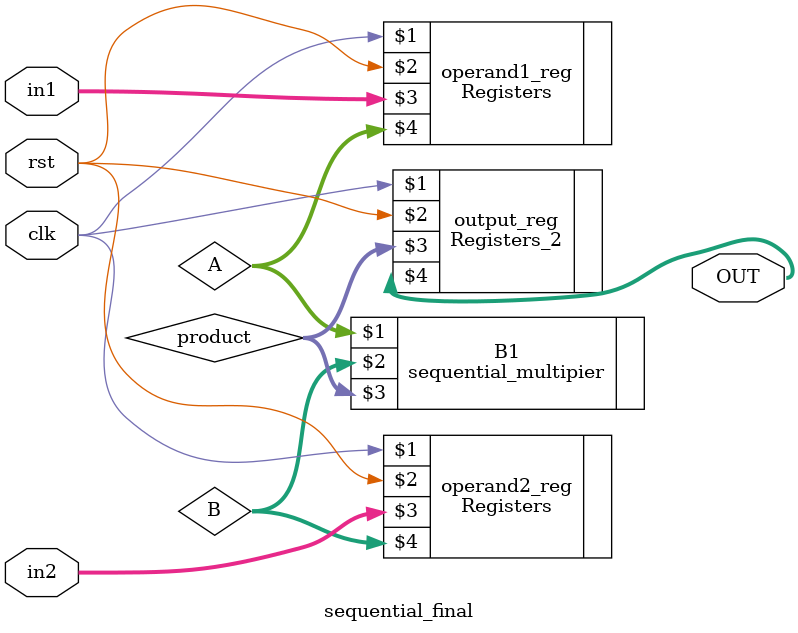
<source format=v>


module sequential_final (
input clk,
input rst,
input [31 : 0] in1,
input [31 : 0] in2,
output [63 : 0] OUT
);
wire [31 : 0]A;
wire [31 : 0]B;
wire [63 : 0]product;

Registers operand1_reg (clk, rst, in1, A);
Registers operand2_reg (clk,rst, in2, B);

sequential_multipier B1 ( A, B, product);

Registers_2 output_reg (clk,rst, product, OUT);

endmodule

</source>
